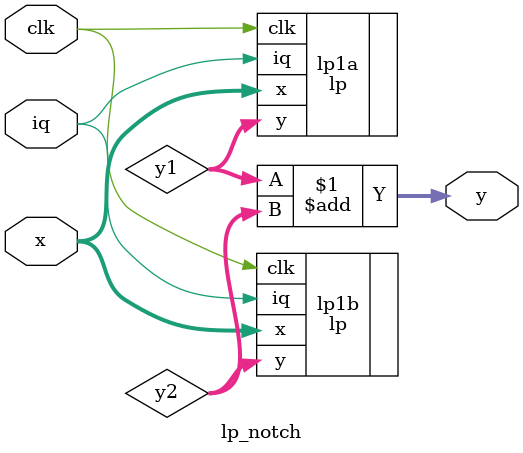
<source format=v>
`timescale 1ns / 1ns

`define AUTOMATIC_self
`define AUTOMATIC_decode
`define AUTOMATIC_lp1a
`define AUTOMATIC_lp1b

`include "lp_notch_auto.vh"

module lp_notch(
	input clk,  // timespec 6.66 ns
	input iq,
	input signed [17:0] x,
	output signed [19:0] y,
	`AUTOMATIC_self
);
`undef AUTOMATIC_self

`AUTOMATIC_decode

wire signed [19:0] y1;
(* lb_automatic *)
lp lp1a // auto
	(.clk(clk), .iq(iq),
	.x(x), .y(y1), `AUTOMATIC_lp1a);

wire signed [19:0] y2;
(* lb_automatic *)
lp lp1b // auto
	(.clk(clk), .iq(iq),
	.x(x), .y(y2), `AUTOMATIC_lp1b);

assign y = y1+y2;  // XXX saturate me!

endmodule

</source>
